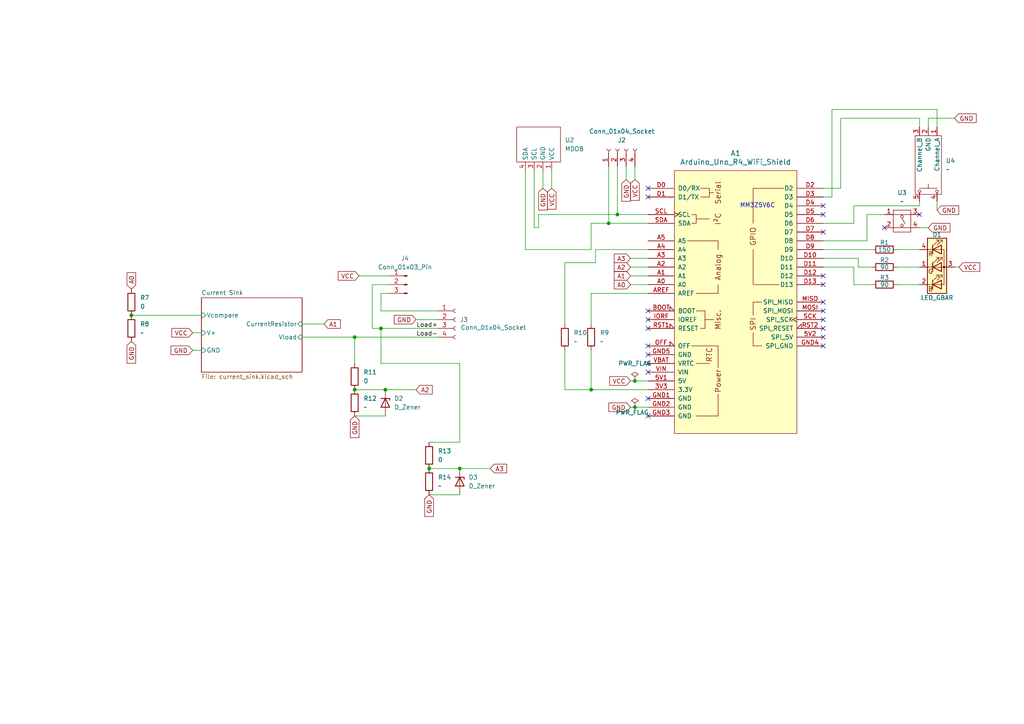
<source format=kicad_sch>
(kicad_sch (version 20250114) (generator "eeschema") (generator_version "9.0")
  (paper "A4")
  (lib_symbols
    (symbol "Connector:Conn_01x03_Pin" (pin_names (offset 1.016) (hide yes))
      (property "Reference" "J" (at 0 5.08 0))
      (property "Value" "Conn_01x03_Pin" (at 0 -5.08 0))
      (symbol "Conn_01x03_Pin_1_1"
        (rectangle (start 0.8636 2.667) (end 0 2.413) (stroke (width 0.1524)) (fill (type outline)))
        (rectangle (start 0.8636 0.127) (end 0 -0.127) (stroke (width 0.1524)) (fill (type outline)))
        (rectangle (start 0.8636 -2.413) (end 0 -2.667) (stroke (width 0.1524)) (fill (type outline)))
        (polyline (pts (xy 1.27 2.54) (xy 0.8636 2.54)) (stroke (width 0.1524)))
        (polyline (pts (xy 1.27 0) (xy 0.8636 0)) (stroke (width 0.1524)))
        (polyline (pts (xy 1.27 -2.54) (xy 0.8636 -2.54)) (stroke (width 0.1524)))
        (pin passive line (at 5.08 2.54 180) (length 3.81) (name "Pin_1") (number "1"))
        (pin passive line (at 5.08 0 180) (length 3.81) (name "Pin_2") (number "2"))
        (pin passive line (at 5.08 -2.54 180) (length 3.81) (name "Pin_3") (number "3"))
      )
    )
    (symbol "Connector:Conn_01x04_Socket" (pin_names (offset 1.016) (hide yes))
      (property "Reference" "J" (at 0 5.08 0))
      (property "Value" "Conn_01x04_Socket" (at 0 -7.62 0))
      (symbol "Conn_01x04_Socket_1_1"
        (polyline (pts (xy -1.27 2.54) (xy -0.508 2.54)) (stroke (width 0.1524)))
        (polyline (pts (xy -1.27 0) (xy -0.508 0)) (stroke (width 0.1524)))
        (polyline (pts (xy -1.27 -2.54) (xy -0.508 -2.54)) (stroke (width 0.1524)))
        (polyline (pts (xy -1.27 -5.08) (xy -0.508 -5.08)) (stroke (width 0.1524)))
        (arc (start 0 2.032) (mid -0.5058 2.54) (end 0 3.048) (stroke (width 0.1524)))
        (arc (start 0 -0.508) (mid -0.5058 0) (end 0 0.508) (stroke (width 0.1524)))
        (arc (start 0 -3.048) (mid -0.5058 -2.54) (end 0 -2.032) (stroke (width 0.1524)))
        (arc (start 0 -5.588) (mid -0.5058 -5.08) (end 0 -4.572) (stroke (width 0.1524)))
        (pin passive line (at -5.08 2.54 0) (length 3.81) (name "Pin_1") (number "1"))
        (pin passive line (at -5.08 0 0) (length 3.81) (name "Pin_2") (number "2"))
        (pin passive line (at -5.08 -2.54 0) (length 3.81) (name "Pin_3") (number "3"))
        (pin passive line (at -5.08 -5.08 0) (length 3.81) (name "Pin_4") (number "4"))
      )
    )
    (symbol "Custom_library:MC32831"
      (property "Reference" "U" (at 2.54 -0.508 0))
      (symbol "MC32831_0_1"
        (rectangle (start 0 2.54) (end 5.08 -3.81))
        (polyline (pts (xy 2.4971 1.2436) (xy 2.4756 1.072)))
        (circle (center 2.54 0.635) (radius 0.381))
        (circle (center 2.54 -1.905) (radius 0.381))
        (polyline (pts (xy 2.54 -2.54) (xy 2.5614 -2.2942)))
        (polyline (pts (xy 2.5828 0.2358) (xy 3.3976 -1.3722)))
        (polyline (pts (xy 5.08 1.27) (xy 0 1.27)))
        (polyline (pts (xy 5.08 -2.54) (xy 0 -2.54)))
      )
      (symbol "MC32831_1_1"
        (pin passive line (at -2.54 1.27 0) (length 2.54) (name "") (number "1"))
        (pin passive line (at -2.54 -2.54 0) (length 2.54) (name "") (number "2"))
        (pin passive line (at 7.62 1.27 180) (length 2.54) (name "") (number "3"))
        (pin passive line (at 7.62 -2.54 180) (length 2.54) (name "") (number "4"))
      )
    )
    (symbol "Custom_library:MDOB128064V2v_WI"
      (property "Reference" "U" (at -4.318 -5.334 0))
      (property "Value" "MDOB" (at 3.048 -5.334 0))
      (symbol "MDOB128064V2v_WI_0_1"
        (rectangle (start -6.35 2.54) (end 6.35 -7.62))
      )
      (symbol "MDOB128064V2v_WI_1_1"
        (pin power_in line (at -3.81 5.08 270) (length 2.54) (name "VCC") (number "1"))
        (pin power_in line (at -1.27 5.08 270) (length 2.54) (name "GND") (number "2"))
        (pin bidirectional line (at 1.27 5.08 270) (length 2.54) (name "SCL") (number "3"))
        (pin bidirectional line (at 3.81 5.08 270) (length 2.54) (name "SDA") (number "4"))
      )
    )
    (symbol "Custom_library:PEC11R-4215K-S0012"
      (property "Reference" "U" (at 0 0 0))
      (symbol "PEC11R-4215K-S0012_0_1"
        (rectangle (start -6.35 3.81) (end 10.668 -3.81))
        (rectangle (start 7.62 0) (end 8.89 0))
        (polyline (pts (xy 8.89 2.54) (xy 8.89 -2.54)))
        (circle (center 9.779 2.54) (radius 0.381))
        (circle (center 9.779 -2.54) (radius 0.381))
      )
      (symbol "PEC11R-4215K-S0012_1_1"
        (pin passive line (at -8.89 2.54 0) (length 2.54) (name "Channel_A") (number "1"))
        (pin power_in line (at -8.89 0 0) (length 2.54) (name "GND") (number "2"))
        (pin passive line (at -8.89 -2.54 0) (length 2.54) (name "Channel_B") (number "3"))
        (pin passive line (at 12.7 2.54 180) (length 2.54) (name "") (number "4"))
        (pin passive line (at 12.7 -2.54 180) (length 2.54) (name "") (number "5"))
      )
    )
    (symbol "Device:D_Zener" (pin_numbers (hide yes)) (pin_names (offset 1.016) (hide yes))
      (property "Reference" "D" (at 0 2.54 0))
      (property "Value" "D_Zener" (at 0 -2.54 0))
      (symbol "D_Zener_0_1"
        (polyline (pts (xy -1.27 -1.27) (xy -1.27 1.27) (xy -0.762 1.27)) (stroke (width 0.254)))
        (polyline (pts (xy 1.27 0) (xy -1.27 0)))
        (polyline (pts (xy 1.27 -1.27) (xy 1.27 1.27) (xy -1.27 0) (xy 1.27 -1.27)) (stroke (width 0.254)))
      )
      (symbol "D_Zener_1_1"
        (pin passive line (at -3.81 0 0) (length 2.54) (name "K") (number "1"))
        (pin passive line (at 3.81 0 180) (length 2.54) (name "A") (number "2"))
      )
    )
    (symbol "Device:LED_GBAR" (pin_names (offset 0) (hide yes))
      (property "Reference" "D" (at 0 9.398 0))
      (property "Value" "LED_GBAR" (at 0 -8.89 0))
      (symbol "LED_GBAR_0_0"
        (text "R" (at -1.905 3.81 0) (effects (font (size 1.27 1.27))))
        (text "G" (at -1.905 -1.27 0) (effects (font (size 1.27 1.27))))
        (text "B" (at -1.905 -6.35 0) (effects (font (size 1.27 1.27))))
      )
      (symbol "LED_GBAR_0_1"
        (polyline (pts (xy -1.27 6.35) (xy -1.27 3.81)) (stroke (width 0.254)))
        (polyline (pts (xy -1.27 6.35) (xy -1.27 3.81) (xy -1.27 3.81)))
        (polyline (pts (xy -1.27 5.08) (xy -2.54 5.08)))
        (polyline (pts (xy -1.27 5.08) (xy 1.27 5.08)))
        (polyline (pts (xy -1.27 1.27) (xy -1.27 -1.27)) (stroke (width 0.254)))
        (polyline (pts (xy -1.27 1.27) (xy -1.27 -1.27) (xy -1.27 -1.27)))
        (polyline (pts (xy -1.27 0) (xy -2.54 0)))
        (polyline (pts (xy -1.27 -3.81) (xy -1.27 -6.35)) (stroke (width 0.254)))
        (polyline (pts (xy -1.27 -5.08) (xy -2.54 -5.08)))
        (polyline (pts (xy -1.27 -5.08) (xy 1.27 -5.08)))
        (polyline (pts (xy -1.016 6.35) (xy 0.508 7.874) (xy -0.254 7.874) (xy 0.508 7.874) (xy 0.508 7.112)))
        (polyline (pts (xy -1.016 1.27) (xy 0.508 2.794) (xy -0.254 2.794) (xy 0.508 2.794) (xy 0.508 2.032)))
        (polyline (pts (xy -1.016 -3.81) (xy 0.508 -2.286) (xy -0.254 -2.286) (xy 0.508 -2.286) (xy 0.508 -3.048)))
        (polyline (pts (xy 0 6.35) (xy 1.524 7.874) (xy 0.762 7.874) (xy 1.524 7.874) (xy 1.524 7.112)))
        (polyline (pts (xy 0 1.27) (xy 1.524 2.794) (xy 0.762 2.794) (xy 1.524 2.794) (xy 1.524 2.032)))
        (polyline (pts (xy 0 -3.81) (xy 1.524 -2.286) (xy 0.762 -2.286) (xy 1.524 -2.286) (xy 1.524 -3.048)))
        (polyline (pts (xy 1.27 6.35) (xy 1.27 3.81) (xy -1.27 5.08) (xy 1.27 6.35)) (stroke (width 0.254)))
        (rectangle (start 1.27 6.35) (end 1.27 6.35))
        (rectangle (start 1.27 3.81) (end 1.27 6.35))
        (polyline (pts (xy 1.27 1.27) (xy 1.27 -1.27) (xy -1.27 0) (xy 1.27 1.27)) (stroke (width 0.254)))
        (rectangle (start 1.27 1.27) (end 1.27 1.27))
        (polyline (pts (xy 1.27 0) (xy -1.27 0)))
        (polyline (pts (xy 1.27 0) (xy 2.54 0)))
        (rectangle (start 1.27 -1.27) (end 1.27 1.27))
        (polyline (pts (xy 1.27 -3.81) (xy 1.27 -6.35) (xy -1.27 -5.08) (xy 1.27 -3.81)) (stroke (width 0.254)))
        (polyline (pts (xy 1.27 -5.08) (xy 2.032 -5.08) (xy 2.032 5.08) (xy 1.27 5.08)))
        (circle (center 2.032 0) (radius 0.254) (fill (type outline)))
        (rectangle (start 2.794 8.382) (end -2.794 -7.62) (stroke (width 0.254)) (fill (type background)))
      )
      (symbol "LED_GBAR_1_1"
        (pin passive line (at -5.08 5.08 0) (length 2.54) (name "RK") (number "4"))
        (pin passive line (at -5.08 0 0) (length 2.54) (name "GK") (number "1"))
        (pin passive line (at -5.08 -5.08 0) (length 2.54) (name "BK") (number "2"))
        (pin passive line (at 5.08 0 180) (length 2.54) (name "A") (number "3"))
      )
    )
    (symbol "Device:R" (pin_numbers (hide yes)) (pin_names (offset 0))
      (property "Reference" "R" (at 2.032 0 90))
      (property "Value" "R" (at 0 0 90))
      (symbol "R_0_1"
        (rectangle (start -1.016 -2.54) (end 1.016 2.54) (stroke (width 0.254)))
      )
      (symbol "R_1_1"
        (pin passive line (at 0 3.81 270) (length 1.27) (name "~") (number "1"))
        (pin passive line (at 0 -3.81 90) (length 1.27) (name "~") (number "2"))
      )
    )
    (symbol "PCM_arduino-library:Arduino_Uno_R4_WiFi_Shield" (pin_names (offset 1.016))
      (property "Reference" "A1" (at 0 43.18 0))
      (property "Value" "Arduino_Uno_R4_WiFi_Shield" (at 0 40.64 0))
      (symbol "Arduino_Uno_R4_WiFi_Shield_0_0"
        (rectangle (start -17.78 38.1) (end 17.78 -38.1) (fill (type background)))
        (polyline (pts (xy -12.7 25.4) (xy -11.43 25.4) (xy -11.43 22.86) (xy -12.7 22.86)))
        (rectangle (start -12.7 -12.7) (end -5.08 -12.7))
        (polyline (pts (xy -11.43 24.13) (xy -7.62 24.13)))
        (rectangle (start -11.43 -33.02) (end -5.08 -33.02))
        (polyline (pts (xy -10.16 33.02) (xy -7.62 33.02) (xy -7.62 30.48) (xy -10.16 30.48)))
        (rectangle (start -10.16 -7.62) (end -8.89 -7.62))
        (rectangle (start -8.89 -2.54) (end -11.43 -2.54))
        (rectangle (start -8.89 -5.08) (end -6.35 -5.08))
        (rectangle (start -8.89 -7.62) (end -8.89 -2.54))
        (polyline (pts (xy -7.62 31.75) (xy -6.35 31.75)))
        (polyline (pts (xy -5.08 15.24) (xy -5.08 17.78) (xy -13.97 17.78)))
        (polyline (pts (xy -5.08 5.08) (xy -5.08 2.54) (xy -11.43 2.54)))
        (polyline (pts (xy -5.08 -12.7) (xy -5.08 -19.05)))
        (polyline (pts (xy -5.08 -26.67) (xy -5.08 -33.02)))
        (polyline (pts (xy 5.08 22.86) (xy 5.08 33.02) (xy 13.97 33.02)))
        (polyline (pts (xy 5.08 15.24) (xy 5.08 5.08) (xy 12.7 5.08)))
        (rectangle (start 5.08 -3.81) (end 5.08 0))
        (rectangle (start 5.08 -12.7) (end 5.08 -8.89))
        (rectangle (start 5.08 -12.7) (end 7.62 -12.7))
        (rectangle (start 7.62 0) (end 5.08 0))
        (text "RTC" (at -7.62 -15.24 900) (effects (font (size 1.524 1.524))))
        (text "Serial" (at -5.08 31.75 900) (effects (font (size 1.524 1.524))))
        (text "I²C" (at -5.08 24.13 900) (effects (font (size 1.524 1.524))))
        (text "Analog" (at -5.08 10.16 900) (effects (font (size 1.524 1.524))))
        (text "Misc." (at -5.08 -5.08 900) (effects (font (size 1.524 1.524))))
        (text "Power" (at -5.08 -22.86 900) (effects (font (size 1.524 1.524))))
        (text "SPI" (at 5.08 -6.35 900) (effects (font (size 1.524 1.524))))
      )
      (symbol "Arduino_Uno_R4_WiFi_Shield_0_1"
        (polyline (pts (xy -11.43 -17.78) (xy -7.62 -17.78)))
      )
      (symbol "Arduino_Uno_R4_WiFi_Shield_1_0"
        (text "GPIO" (at 5.08 19.05 900) (effects (font (size 1.524 1.524))))
      )
      (symbol "Arduino_Uno_R4_WiFi_Shield_1_1"
        (pin bidirectional line (at -25.4 33.02 0) (length 7.62) (name "D0/RX") (number "D0"))
        (pin bidirectional line (at -25.4 30.48 0) (length 7.62) (name "D1/TX") (number "D1"))
        (pin bidirectional clock (at -25.4 25.4 0) (length 7.62) (name "SCL") (number "SCL"))
        (pin bidirectional line (at -25.4 22.86 0) (length 7.62) (name "SDA") (number "SDA"))
        (pin bidirectional line (at -25.4 17.78 0) (length 7.62) (name "A5") (number "A5"))
        (pin bidirectional line (at -25.4 15.24 0) (length 7.62) (name "A4") (number "A4"))
        (pin bidirectional line (at -25.4 12.7 0) (length 7.62) (name "A3") (number "A3"))
        (pin bidirectional line (at -25.4 10.16 0) (length 7.62) (name "A2") (number "A2"))
        (pin bidirectional line (at -25.4 7.62 0) (length 7.62) (name "A1") (number "A1"))
        (pin bidirectional line (at -25.4 5.08 0) (length 7.62) (name "A0") (number "A0"))
        (pin input line (at -25.4 2.54 0) (length 7.62) (name "AREF") (number "AREF"))
        (pin input input_low (at -25.4 -2.54 0) (length 7.62) (name "BOOT") (number "BOOT"))
        (pin output line (at -25.4 -5.08 0) (length 7.62) (name "IOREF") (number "IORF"))
        (pin open_collector input_low (at -25.4 -7.62 0) (length 7.62) (name "RESET") (number "RST1"))
        (pin input input_low (at -25.4 -12.7 0) (length 7.62) (name "OFF") (number "OFF"))
        (pin power_in line (at -25.4 -15.24 0) (length 7.62) (name "GND") (number "GND5"))
        (pin power_in line (at -25.4 -17.78 0) (length 7.62) (name "VRTC") (number "VBAT"))
        (pin power_in line (at -25.4 -20.32 0) (length 7.62) (name "VIN") (number "VIN"))
        (pin power_in line (at -25.4 -22.86 0) (length 7.62) (name "5V") (number "5V1"))
        (pin power_out line (at -25.4 -25.4 0) (length 7.62) (name "3.3V") (number "3V3"))
        (pin power_in line (at -25.4 -27.94 0) (length 7.62) (name "GND") (number "GND1"))
        (pin power_in line (at -25.4 -30.48 0) (length 7.62) (name "GND") (number "GND2"))
        (pin power_in line (at -25.4 -33.02 0) (length 7.62) (name "GND") (number "GND3"))
        (pin bidirectional line (at 25.4 33.02 180) (length 7.62) (name "D2") (number "D2"))
        (pin bidirectional line (at 25.4 30.48 180) (length 7.62) (name "D3") (number "D3"))
        (pin bidirectional line (at 25.4 27.94 180) (length 7.62) (name "D4") (number "D4"))
        (pin bidirectional line (at 25.4 25.4 180) (length 7.62) (name "D5") (number "D5"))
        (pin bidirectional line (at 25.4 22.86 180) (length 7.62) (name "D6") (number "D6"))
        (pin bidirectional line (at 25.4 20.32 180) (length 7.62) (name "D7") (number "D7"))
        (pin bidirectional line (at 25.4 17.78 180) (length 7.62) (name "D8") (number "D8"))
        (pin bidirectional line (at 25.4 15.24 180) (length 7.62) (name "D9") (number "D9"))
        (pin bidirectional line (at 25.4 12.7 180) (length 7.62) (name "D10") (number "D10"))
        (pin bidirectional line (at 25.4 10.16 180) (length 7.62) (name "D11") (number "D11"))
        (pin bidirectional line (at 25.4 7.62 180) (length 7.62) (name "D12") (number "D12"))
        (pin bidirectional line (at 25.4 5.08 180) (length 7.62) (name "D13") (number "D13"))
        (pin input line (at 25.4 0 180) (length 7.62) (name "SPI_MISO") (number "MISO"))
        (pin output line (at 25.4 -2.54 180) (length 7.62) (name "SPI_MOSI") (number "MOSI"))
        (pin output clock (at 25.4 -5.08 180) (length 7.62) (name "SPI_SCK") (number "SCK"))
        (pin open_collector input_low (at 25.4 -7.62 180) (length 7.62) (name "SPI_RESET") (number "RST2"))
        (pin power_in line (at 25.4 -10.16 180) (length 7.62) (name "SPI_5V") (number "5V2"))
        (pin power_in line (at 25.4 -12.7 180) (length 7.62) (name "SPI_GND") (number "GND4"))
      )
    )
    (symbol "power:PWR_FLAG" (power) (pin_numbers (hide yes)) (pin_names (offset 0) (hide yes))
      (property "Value" "PWR_FLAG" (at 0 3.81 0))
      (symbol "PWR_FLAG_0_0"
        (pin power_out line (at 0 0 90) (length 0) (name "~") (number "1"))
      )
      (symbol "PWR_FLAG_0_1"
        (polyline (pts (xy 0 0) (xy 0 1.27) (xy -1.016 1.905) (xy 0 2.54) (xy 1.016 1.905) (xy 0 1.27)))
      )
    )
  )
  (text "MM3Z5V6C" (at 219.71 59.69 0) (effects (font (size 1.27 1.27))))
  (junction (at 102.87 113.03))
  (junction (at 184.15 118.11))
  (junction (at 133.35 135.89))
  (junction (at 110.49 95.25))
  (junction (at 184.15 110.49))
  (junction (at 179.07 62.23))
  (junction (at 124.46 135.89))
  (junction (at 176.53 64.77))
  (junction (at 171.45 113.03))
  (junction (at 111.76 113.03))
  (junction (at 102.87 97.79))
  (junction (at 38.1 91.44))
  (no_connect (at 238.76 90.17))
  (no_connect (at 238.76 82.55))
  (no_connect (at 238.76 92.71))
  (no_connect (at 238.76 95.25))
  (no_connect (at 187.96 107.95))
  (no_connect (at 256.54 66.04))
  (no_connect (at 238.76 100.33))
  (no_connect (at 187.96 120.65))
  (no_connect (at 187.96 100.33))
  (no_connect (at 238.76 97.79))
  (no_connect (at 187.96 90.17))
  (no_connect (at 187.96 95.25))
  (no_connect (at 238.76 67.31))
  (no_connect (at 187.96 115.57))
  (no_connect (at 238.76 80.01))
  (no_connect (at 266.7 62.23))
  (no_connect (at 187.96 57.15))
  (no_connect (at 187.96 105.41))
  (no_connect (at 238.76 62.23))
  (no_connect (at 238.76 59.69))
  (no_connect (at 238.76 87.63))
  (no_connect (at 187.96 102.87))
  (no_connect (at 187.96 54.61))
  (no_connect (at 187.96 92.71))
  (wire (pts (xy 120.65 92.71) (xy 127 92.71)))
  (wire (pts (xy 133.35 128.27) (xy 124.46 128.27)))
  (wire (pts (xy 187.96 113.03) (xy 171.45 113.03)))
  (wire (pts (xy 156.21 62.23) (xy 179.07 62.23)))
  (wire (pts (xy 171.45 85.09) (xy 187.96 85.09)))
  (wire (pts (xy 243.84 54.61) (xy 243.84 34.29)))
  (wire (pts (xy 248.92 77.47) (xy 252.73 77.47)))
  (wire (pts (xy 266.7 34.29) (xy 266.7 36.83)))
  (wire (pts (xy 182.88 74.93) (xy 187.96 74.93)))
  (wire (pts (xy 156.21 66.04) (xy 156.21 62.23)))
  (wire (pts (xy 110.49 85.09) (xy 110.49 90.17)))
  (wire (pts (xy 102.87 97.79) (xy 127 97.79)))
  (wire (pts (xy 252.73 82.55) (xy 247.65 82.55)))
  (wire (pts (xy 104.14 80.01) (xy 113.03 80.01)))
  (wire (pts (xy 171.45 101.6) (xy 171.45 113.03)))
  (wire (pts (xy 172.72 76.2) (xy 172.72 72.39)))
  (wire (pts (xy 266.7 59.69) (xy 266.7 58.42)))
  (wire (pts (xy 176.53 64.77) (xy 187.96 64.77)))
  (wire (pts (xy 251.46 62.23) (xy 256.54 62.23)))
  (wire (pts (xy 251.46 62.23) (xy 251.46 69.85)))
  (wire (pts (xy 248.92 74.93) (xy 248.92 77.47)))
  (wire (pts (xy 171.45 85.09) (xy 171.45 93.98)))
  (wire (pts (xy 171.45 72.39) (xy 171.45 64.77)))
  (wire (pts (xy 271.78 31.75) (xy 241.3 31.75)))
  (wire (pts (xy 271.78 58.42) (xy 271.78 60.96)))
  (wire (pts (xy 260.35 72.39) (xy 266.7 72.39)))
  (wire (pts (xy 247.65 77.47) (xy 238.76 77.47)))
  (wire (pts (xy 160.02 49.53) (xy 160.02 54.61)))
  (wire (pts (xy 276.86 77.47) (xy 278.13 77.47)))
  (wire (pts (xy 182.88 82.55) (xy 187.96 82.55)))
  (wire (pts (xy 182.88 118.11) (xy 184.15 118.11)))
  (wire (pts (xy 184.15 48.26) (xy 184.15 52.07)))
  (wire (pts (xy 110.49 105.41) (xy 133.35 105.41)))
  (wire (pts (xy 241.3 31.75) (xy 241.3 57.15)))
  (wire (pts (xy 163.83 93.98) (xy 163.83 76.2)))
  (wire (pts (xy 110.49 90.17) (xy 127 90.17)))
  (wire (pts (xy 163.83 113.03) (xy 171.45 113.03)))
  (wire (pts (xy 110.49 95.25) (xy 110.49 105.41)))
  (wire (pts (xy 179.07 62.23) (xy 187.96 62.23)))
  (wire (pts (xy 142.24 135.89) (xy 133.35 135.89)))
  (wire (pts (xy 238.76 57.15) (xy 241.3 57.15)))
  (wire (pts (xy 107.95 82.55) (xy 107.95 95.25)))
  (wire (pts (xy 243.84 34.29) (xy 266.7 34.29)))
  (wire (pts (xy 176.53 48.26) (xy 176.53 64.77)))
  (wire (pts (xy 102.87 97.79) (xy 102.87 105.41)))
  (wire (pts (xy 247.65 64.77) (xy 247.65 59.69)))
  (wire (pts (xy 238.76 64.77) (xy 247.65 64.77)))
  (wire (pts (xy 87.63 97.79) (xy 102.87 97.79)))
  (wire (pts (xy 157.48 49.53) (xy 157.48 54.61)))
  (wire (pts (xy 113.03 82.55) (xy 107.95 82.55)))
  (wire (pts (xy 260.35 82.55) (xy 266.7 82.55)))
  (wire (pts (xy 110.49 95.25) (xy 127 95.25)))
  (wire (pts (xy 184.15 110.49) (xy 187.96 110.49)))
  (wire (pts (xy 172.72 72.39) (xy 187.96 72.39)))
  (wire (pts (xy 269.24 34.29) (xy 276.86 34.29)))
  (wire (pts (xy 152.4 72.39) (xy 171.45 72.39)))
  (wire (pts (xy 87.63 93.98) (xy 93.98 93.98)))
  (wire (pts (xy 269.24 36.83) (xy 269.24 34.29)))
  (wire (pts (xy 120.65 113.03) (xy 111.76 113.03)))
  (wire (pts (xy 55.88 96.52) (xy 58.42 96.52)))
  (wire (pts (xy 154.94 66.04) (xy 154.94 49.53)))
  (wire (pts (xy 182.88 77.47) (xy 187.96 77.47)))
  (wire (pts (xy 238.76 54.61) (xy 243.84 54.61)))
  (wire (pts (xy 184.15 118.11) (xy 187.96 118.11)))
  (wire (pts (xy 152.4 49.53) (xy 152.4 72.39)))
  (wire (pts (xy 179.07 62.23) (xy 179.07 48.26)))
  (wire (pts (xy 102.87 120.65) (xy 111.76 120.65)))
  (wire (pts (xy 238.76 74.93) (xy 248.92 74.93)))
  (wire (pts (xy 238.76 72.39) (xy 252.73 72.39)))
  (wire (pts (xy 251.46 69.85) (xy 238.76 69.85)))
  (wire (pts (xy 266.7 66.04) (xy 269.24 66.04)))
  (wire (pts (xy 133.35 135.89) (xy 124.46 135.89)))
  (wire (pts (xy 182.88 110.49) (xy 184.15 110.49)))
  (wire (pts (xy 156.21 66.04) (xy 154.94 66.04)))
  (wire (pts (xy 260.35 77.47) (xy 266.7 77.47)))
  (wire (pts (xy 55.88 101.6) (xy 58.42 101.6)))
  (wire (pts (xy 111.76 113.03) (xy 102.87 113.03)))
  (wire (pts (xy 171.45 64.77) (xy 176.53 64.77)))
  (wire (pts (xy 124.46 143.51) (xy 133.35 143.51)))
  (wire (pts (xy 247.65 59.69) (xy 266.7 59.69)))
  (wire (pts (xy 107.95 95.25) (xy 110.49 95.25)))
  (wire (pts (xy 247.65 82.55) (xy 247.65 77.47)))
  (wire (pts (xy 271.78 36.83) (xy 271.78 31.75)))
  (wire (pts (xy 133.35 105.41) (xy 133.35 128.27)))
  (wire (pts (xy 181.61 48.26) (xy 181.61 52.07)))
  (wire (pts (xy 163.83 76.2) (xy 172.72 76.2)))
  (wire (pts (xy 163.83 101.6) (xy 163.83 113.03)))
  (wire (pts (xy 113.03 85.09) (xy 110.49 85.09)))
  (wire (pts (xy 182.88 80.01) (xy 187.96 80.01)))
  (wire (pts (xy 38.1 91.44) (xy 58.42 91.44)))
  (label "Load-" (at 127 97.79 180))
  (label "Load+" (at 127 95.25 180))
  (global_label "GND" (shape input) (at 120.65 92.71 180) (property "Intersheetrefs" "${INTERSHEET_REFS}" (effects (hide yes))))
  (global_label "VCC" (shape input) (at 104.14 80.01 180) (property "Intersheetrefs" "${INTERSHEET_REFS}" (effects (hide yes))))
  (global_label "GND" (shape input) (at 102.87 120.65 270) (property "Intersheetrefs" "${INTERSHEET_REFS}" (effects (hide yes))))
  (global_label "A0" (shape input) (at 182.88 82.55 180) (property "Intersheetrefs" "${INTERSHEET_REFS}" (effects (hide yes))))
  (global_label "A1" (shape input) (at 93.98 93.98 0) (property "Intersheetrefs" "${INTERSHEET_REFS}" (effects (hide yes))))
  (global_label "GND" (shape input) (at 269.24 66.04 0) (property "Intersheetrefs" "${INTERSHEET_REFS}" (effects (hide yes))))
  (global_label "VCC" (shape input) (at 55.88 96.52 180) (property "Intersheetrefs" "${INTERSHEET_REFS}" (effects (hide yes))))
  (global_label "A0" (shape input) (at 38.1 83.82 90) (property "Intersheetrefs" "${INTERSHEET_REFS}" (effects (hide yes))))
  (global_label "GND" (shape input) (at 38.1 99.06 270) (property "Intersheetrefs" "${INTERSHEET_REFS}" (effects (hide yes))))
  (global_label "VCC" (shape input) (at 278.13 77.47 0) (property "Intersheetrefs" "${INTERSHEET_REFS}" (effects (hide yes))))
  (global_label "GND" (shape input) (at 124.46 143.51 270) (property "Intersheetrefs" "${INTERSHEET_REFS}" (effects (hide yes))))
  (global_label "A1" (shape input) (at 182.88 80.01 180) (property "Intersheetrefs" "${INTERSHEET_REFS}" (effects (hide yes))))
  (global_label "VCC" (shape input) (at 182.88 110.49 180) (property "Intersheetrefs" "${INTERSHEET_REFS}" (effects (hide yes))))
  (global_label "GND" (shape input) (at 55.88 101.6 180) (property "Intersheetrefs" "${INTERSHEET_REFS}" (effects (hide yes))))
  (global_label "GND" (shape input) (at 276.86 34.29 0) (property "Intersheetrefs" "${INTERSHEET_REFS}" (effects (hide yes))))
  (global_label "GND" (shape input) (at 157.48 54.61 270) (property "Intersheetrefs" "${INTERSHEET_REFS}" (effects (hide yes))))
  (global_label "A3" (shape input) (at 142.24 135.89 0) (property "Intersheetrefs" "${INTERSHEET_REFS}" (effects (hide yes))))
  (global_label "A3" (shape input) (at 182.88 74.93 180) (property "Intersheetrefs" "${INTERSHEET_REFS}" (effects (hide yes))))
  (global_label "VCC" (shape input) (at 184.15 52.07 270) (property "Intersheetrefs" "${INTERSHEET_REFS}" (effects (hide yes))))
  (global_label "GND" (shape input) (at 271.78 60.96 0) (property "Intersheetrefs" "${INTERSHEET_REFS}" (effects (hide yes))))
  (global_label "A2" (shape input) (at 120.65 113.03 0) (property "Intersheetrefs" "${INTERSHEET_REFS}" (effects (hide yes))))
  (global_label "A2" (shape input) (at 182.88 77.47 180) (property "Intersheetrefs" "${INTERSHEET_REFS}" (effects (hide yes))))
  (global_label "GND" (shape input) (at 181.61 52.07 270) (property "Intersheetrefs" "${INTERSHEET_REFS}" (effects (hide yes))))
  (global_label "VCC" (shape input) (at 160.02 54.61 270) (property "Intersheetrefs" "${INTERSHEET_REFS}" (effects (hide yes))))
  (global_label "GND" (shape input) (at 182.88 118.11 180) (property "Intersheetrefs" "${INTERSHEET_REFS}" (effects (hide yes))))
  (symbol (lib_id "Device:R") (at 163.83 97.79 0) (unit 1)
    (property "Reference" "R10" (at 166.37 96.5199 0) (effects (justify left)))
    (property "Value" "~" (at 166.37 99.0599 0) (effects (justify left)))
    (property "Footprint" "Resistor_SMD:R_2512_6332Metric_Pad1.40x3.35mm_HandSolder" (effects (hide yes)))
    (property "Description" "Resistor" (effects (hide yes)))
  )
  (symbol (lib_id "Connector:Conn_01x04_Socket") (at 132.08 92.71 0) (unit 1)
    (property "Reference" "J3" (at 133.35 92.7099 0) (effects (justify left)))
    (property "Value" "Conn_01x04_Socket" (at 133.604 94.996 0) (effects (justify left)))
    (property "Footprint" "Connector_Phoenix_MSTB:PhoenixContact_MSTBVA_2,5_4-G-5,08_1x04_P5.08mm_Vertical" (effects (hide yes)))
    (property "Description" "Generic connector, single row, 01x04, script generated" (effects (hide yes)))
  )
  (symbol (lib_id "Device:R") (at 38.1 87.63 0) (unit 1)
    (property "Reference" "R7" (at 40.64 86.3599 0) (effects (justify left)))
    (property "Value" "0" (at 40.64 88.8999 0) (effects (justify left)))
    (property "Footprint" "Resistor_SMD:R_2512_6332Metric_Pad1.40x3.35mm_HandSolder" (effects (hide yes)))
    (property "Description" "Resistor" (effects (hide yes)))
  )
  (symbol (lib_id "Device:D_Zener") (at 111.76 116.84 270) (unit 1)
    (property "Reference" "D2" (at 114.3 115.5699 90) (effects (justify left)))
    (property "Value" "D_Zener" (at 114.3 118.1099 90) (effects (justify left)))
    (property "Footprint" "Diode_SMD:D_SOD-123" (effects (hide yes)))
    (property "Description" "Zener diode" (effects (hide yes)))
  )
  (symbol (lib_id "power:PWR_FLAG") (at 184.15 118.11 0) (unit 1)
    (property "Reference" "#FLG02" (effects (hide yes)))
    (property "Value" "PWR_FLAG" (at 183.388 119.634 0))
    (property "Description" "Special symbol for telling ERC where power comes from" (effects (hide yes)))
  )
  (symbol (lib_id "power:PWR_FLAG") (at 184.15 110.49 0) (unit 1)
    (property "Reference" "#FLG01" (effects (hide yes)))
    (property "Value" "PWR_FLAG" (at 184.15 105.41 0))
    (property "Description" "Special symbol for telling ERC where power comes from" (effects (hide yes)))
  )
  (symbol (lib_id "Device:R") (at 124.46 132.08 0) (unit 1)
    (property "Reference" "R13" (at 127 130.8099 0) (effects (justify left)))
    (property "Value" "0" (at 127 133.3499 0) (effects (justify left)))
    (property "Footprint" "Resistor_SMD:R_2512_6332Metric_Pad1.40x3.35mm_HandSolder" (effects (hide yes)))
    (property "Description" "Resistor" (effects (hide yes)))
  )
  (symbol (lib_id "Device:R") (at 102.87 109.22 0) (unit 1)
    (property "Reference" "R11" (at 105.41 107.9499 0) (effects (justify left)))
    (property "Value" "0" (at 105.41 110.4899 0) (effects (justify left)))
    (property "Footprint" "Resistor_SMD:R_2512_6332Metric_Pad1.40x3.35mm_HandSolder" (effects (hide yes)))
    (property "Description" "Resistor" (effects (hide yes)))
  )
  (symbol (lib_id "Device:R") (at 171.45 97.79 0) (unit 1)
    (property "Reference" "R9" (at 173.99 96.5199 0) (effects (justify left)))
    (property "Value" "~" (at 173.99 99.0599 0) (effects (justify left)))
    (property "Footprint" "Resistor_SMD:R_2512_6332Metric_Pad1.40x3.35mm_HandSolder" (effects (hide yes)))
    (property "Description" "Resistor" (effects (hide yes)))
  )
  (symbol (lib_id "PCM_arduino-library:Arduino_Uno_R4_WiFi_Shield") (at 213.36 87.63 0) (unit 1)
    (property "Reference" "A1" (at 213.36 44.45 0) (effects (font (size 1.524 1.524))))
    (property "Value" "Arduino_Uno_R4_WiFi_Shield" (at 213.36 46.99 0) (effects (font (size 1.524 1.524))))
    (property "Footprint" "PCM_arduino-library:Arduino_Uno_R4_WiFi_Shield" (effects (hide yes)))
    (property "Datasheet" "https://docs.arduino.cc/hardware/uno-r4-wifi" (effects (hide yes)))
    (property "Description" "Shield for Arduino Uno R4 WiFi" (effects (hide yes)))
  )
  (symbol (lib_id "Custom_library:PEC11R-4215K-S0012") (at 269.24 45.72 270) (unit 1)
    (property "Reference" "U4" (at 274.32 46.6089 90) (effects (justify left)))
    (property "Value" "~" (at 274.32 49.1489 90) (effects (justify left)))
    (property "Footprint" "Custom_footprints:PEC11R-4215K-S0012" (effects (hide yes)))
  )
  (symbol (lib_id "Device:D_Zener") (at 133.35 139.7 270) (unit 1)
    (property "Reference" "D3" (at 135.89 138.4299 90) (effects (justify left)))
    (property "Value" "D_Zener" (at 135.89 140.9699 90) (effects (justify left)))
    (property "Footprint" "Diode_SMD:D_SOD-123" (effects (hide yes)))
    (property "Description" "Zener diode" (effects (hide yes)))
  )
  (symbol (lib_id "Device:R") (at 124.46 139.7 0) (unit 1)
    (property "Reference" "R14" (at 127 138.4299 0) (effects (justify left)))
    (property "Value" "~" (at 127 140.9699 0) (effects (justify left)))
    (property "Footprint" "Resistor_SMD:R_2512_6332Metric_Pad1.40x3.35mm_HandSolder" (effects (hide yes)))
    (property "Description" "Resistor" (effects (hide yes)))
  )
  (symbol (lib_id "Connector:Conn_01x04_Socket") (at 179.07 43.18 90) (unit 1)
    (property "Reference" "J2" (at 180.34 40.64 90))
    (property "Value" "Conn_01x04_Socket" (at 180.34 38.1 90))
    (property "Footprint" "Connector:NS-Tech_Grove_1x04_P2mm_Vertical" (effects (hide yes)))
    (property "Datasheet" "kicad-embed://Connector_i2c.pdf" (effects (hide yes)))
    (property "Description" "Generic connector, single row, 01x04, script generated" (effects (hide yes)))
  )
  (symbol (lib_id "Device:R") (at 102.87 116.84 0) (unit 1)
    (property "Reference" "R12" (at 105.41 115.5699 0) (effects (justify left)))
    (property "Value" "~" (at 105.41 118.1099 0) (effects (justify left)))
    (property "Footprint" "Resistor_SMD:R_2512_6332Metric_Pad1.40x3.35mm_HandSolder" (effects (hide yes)))
    (property "Description" "Resistor" (effects (hide yes)))
  )
  (symbol (lib_id "Custom_library:MC32831") (at 259.08 63.5 0) (unit 1)
    (property "Reference" "U3" (at 261.62 55.88 0))
    (property "Value" "~" (at 261.62 58.42 0))
    (property "Footprint" "Custom_footprints:MC32831" (effects (hide yes)))
  )
  (symbol (lib_id "Device:R") (at 256.54 72.39 90) (unit 1)
    (property "Reference" "R1" (at 256.54 70.358 90))
    (property "Value" "150" (at 256.54 72.39 90))
    (property "Footprint" "Resistor_SMD:R_2512_6332Metric_Pad1.40x3.35mm_HandSolder" (effects (hide yes)))
    (property "Description" "Resistor" (effects (hide yes)))
  )
  (symbol (lib_id "Device:R") (at 256.54 77.47 90) (unit 1)
    (property "Reference" "R2" (at 256.54 75.438 90))
    (property "Value" "90" (at 256.54 77.47 90))
    (property "Footprint" "Resistor_SMD:R_2512_6332Metric_Pad1.40x3.35mm_HandSolder" (effects (hide yes)))
    (property "Description" "Resistor" (effects (hide yes)))
  )
  (symbol (lib_id "Device:R") (at 38.1 95.25 0) (unit 1)
    (property "Reference" "R8" (at 40.64 93.9799 0) (effects (justify left)))
    (property "Value" "~" (at 40.64 96.5199 0) (effects (justify left)))
    (property "Footprint" "Resistor_SMD:R_2512_6332Metric_Pad1.40x3.35mm_HandSolder" (effects (hide yes)))
    (property "Description" "Resistor" (effects (hide yes)))
  )
  (symbol (lib_id "Custom_library:MDOB128064V2v_WI") (at 156.21 44.45 180) (unit 1)
    (property "Reference" "U2" (at 163.83 40.6399 0) (effects (justify right)))
    (property "Value" "MDOB" (at 163.83 43.1799 0) (effects (justify right)))
    (property "Footprint" "Custom_footprints:MDOB128064V2V-WI" (effects (hide yes)))
    (property "Datasheet" "kicad-embed://display_oled.pdf" (effects (hide yes)))
  )
  (symbol (lib_id "Connector:Conn_01x03_Pin") (at 118.11 82.55 0) (mirror y) (unit 1)
    (property "Reference" "J4" (at 117.475 74.93 0))
    (property "Value" "Conn_01x03_Pin" (at 117.475 77.47 0))
    (property "Footprint" "Connector_PinHeader_1.27mm:PinHeader_1x03_P1.27mm_Vertical" (effects (hide yes)))
    (property "Description" "Generic connector, single row, 01x03, script generated" (effects (hide yes)))
  )
  (symbol (lib_id "Device:R") (at 256.54 82.55 90) (unit 1)
    (property "Reference" "R3" (at 256.54 80.518 90))
    (property "Value" "90" (at 256.54 82.55 90))
    (property "Footprint" "Resistor_SMD:R_2512_6332Metric_Pad1.40x3.35mm_HandSolder" (effects (hide yes)))
    (property "Description" "Resistor" (effects (hide yes)))
  )
  (symbol (lib_id "Device:LED_GBAR") (at 271.78 77.47 0) (unit 1)
    (property "Reference" "D1" (at 271.78 68.072 0))
    (property "Value" "LED_GBAR" (at 271.78 86.36 0))
    (property "Footprint" "LED_THT:LED_D5.0mm-4_RGB" (effects (hide yes)))
    (property "Description" "RGB LED, green/blue/anode/red" (effects (hide yes)))
  )
  (sheet (at 58.42 86.36) (size 29.21 21.59) (stroke (width 0.1524))
    (property "Sheetname" "Current Sink" (at 58.42 85.6484 0) (effects (justify left bottom)))
    (property "Sheetfile" "current_sink.kicad_sch" (at 58.42 108.5346 0) (effects (justify left top)))
    (pin "CurrentResistor" input (at 87.63 93.98 0))
    (pin "GND" input (at 58.42 101.6 180))
    (pin "V+" input (at 58.42 96.52 180))
    (pin "Vcompare" input (at 58.42 91.44 180))
    (pin "Vload" input (at 87.63 97.79 0))
  )
)
</source>
